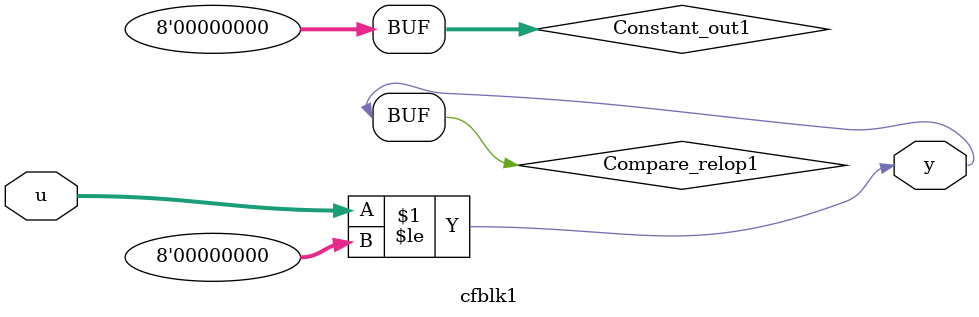
<source format=v>



`timescale 1 ns / 1 ns

module cfblk1
          (u,
           y);


  input   [7:0] u;  // uint8
  output  y;


  wire [7:0] Constant_out1;  // uint8
  wire Compare_relop1;


  assign Constant_out1 = 8'b00000000;



  assign Compare_relop1 = u <= Constant_out1;



  assign y = Compare_relop1;

endmodule  // cfblk1


</source>
